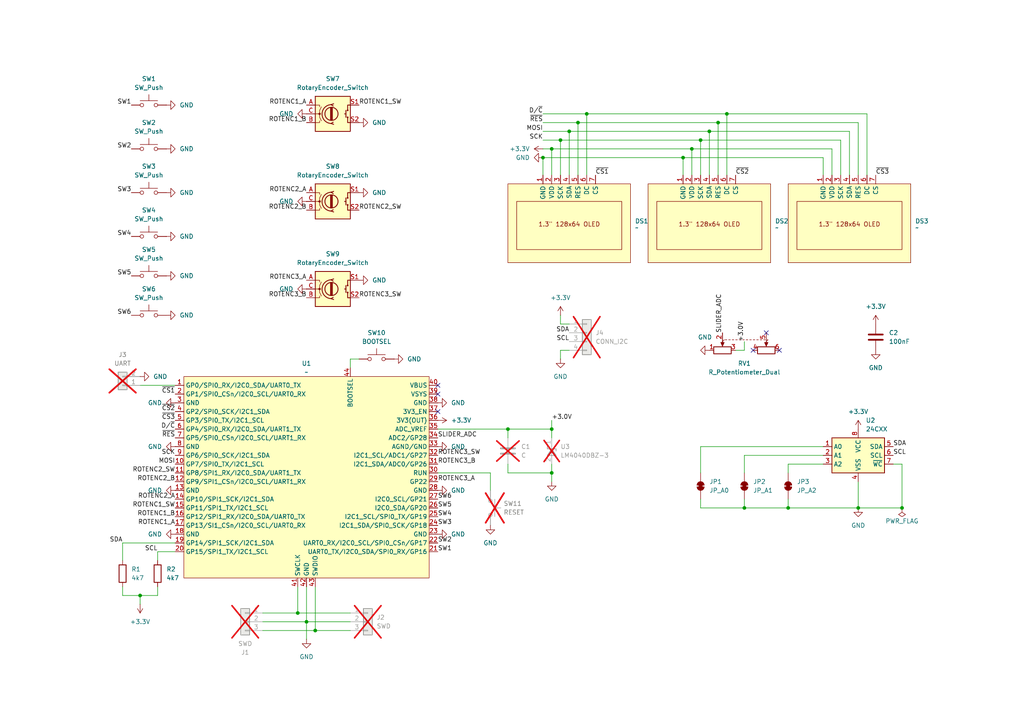
<source format=kicad_sch>
(kicad_sch (version 20231120) (generator "eeschema") (generator_version "8.0")
  (paper "A4")
  (lib_symbols
    (symbol "Connector_Generic:Conn_01x02" (pin_names (offset 1.016) hide)
      (property "Reference" "J" (at 0 2.54 0))
      (property "Value" "Conn_01x02" (at 0 -5.08 0))
      (symbol "Conn_01x02_1_1"
        (rectangle (start -1.27 -2.413) (end 0 -2.667) (stroke (width 0.1524)))
        (rectangle (start -1.27 0.127) (end 0 -0.127) (stroke (width 0.1524)))
        (rectangle (start -1.27 1.27) (end 1.27 -3.81) (stroke (width 0.254)) (fill (type background)))
        (pin passive line (at -5.08 0 0) (length 3.81) (name "Pin_1") (number "1"))
        (pin passive line (at -5.08 -2.54 0) (length 3.81) (name "Pin_2") (number "2"))
      )
    )
    (symbol "Connector_Generic:Conn_01x03" (pin_names (offset 1.016) hide)
      (property "Reference" "J" (at 0 5.08 0))
      (property "Value" "Conn_01x03" (at 0 -5.08 0))
      (symbol "Conn_01x03_1_1"
        (rectangle (start -1.27 -2.413) (end 0 -2.667) (stroke (width 0.1524)))
        (rectangle (start -1.27 0.127) (end 0 -0.127) (stroke (width 0.1524)))
        (rectangle (start -1.27 2.667) (end 0 2.413) (stroke (width 0.1524)))
        (rectangle (start -1.27 3.81) (end 1.27 -3.81) (stroke (width 0.254)) (fill (type background)))
        (pin passive line (at -5.08 2.54 0) (length 3.81) (name "Pin_1") (number "1"))
        (pin passive line (at -5.08 0 0) (length 3.81) (name "Pin_2") (number "2"))
        (pin passive line (at -5.08 -2.54 0) (length 3.81) (name "Pin_3") (number "3"))
      )
    )
    (symbol "Connector_Generic:Conn_01x04" (pin_names (offset 1.016) hide)
      (property "Reference" "J" (at 0 5.08 0))
      (property "Value" "Conn_01x04" (at 0 -7.62 0))
      (symbol "Conn_01x04_1_1"
        (rectangle (start -1.27 -4.953) (end 0 -5.207) (stroke (width 0.1524)))
        (rectangle (start -1.27 -2.413) (end 0 -2.667) (stroke (width 0.1524)))
        (rectangle (start -1.27 0.127) (end 0 -0.127) (stroke (width 0.1524)))
        (rectangle (start -1.27 2.667) (end 0 2.413) (stroke (width 0.1524)))
        (rectangle (start -1.27 3.81) (end 1.27 -6.35) (stroke (width 0.254)) (fill (type background)))
        (pin passive line (at -5.08 2.54 0) (length 3.81) (name "Pin_1") (number "1"))
        (pin passive line (at -5.08 0 0) (length 3.81) (name "Pin_2") (number "2"))
        (pin passive line (at -5.08 -2.54 0) (length 3.81) (name "Pin_3") (number "3"))
        (pin passive line (at -5.08 -5.08 0) (length 3.81) (name "Pin_4") (number "4"))
      )
    )
    (symbol "Device:C" (pin_numbers hide) (pin_names (offset 0.254))
      (property "Reference" "C" (at 0.635 2.54 0))
      (property "Value" "C" (at 0.635 -2.54 0))
      (symbol "C_0_1"
        (polyline (pts (xy -2.032 -0.762) (xy 2.032 -0.762)) (stroke (width 0.508)))
        (polyline (pts (xy -2.032 0.762) (xy 2.032 0.762)) (stroke (width 0.508)))
      )
      (symbol "C_1_1"
        (pin passive line (at 0 3.81 270) (length 2.794) (name "~") (number "1"))
        (pin passive line (at 0 -3.81 90) (length 2.794) (name "~") (number "2"))
      )
    )
    (symbol "Device:R" (pin_numbers hide) (pin_names (offset 0))
      (property "Reference" "R" (at 2.032 0 90))
      (property "Value" "R" (at 0 0 90))
      (symbol "R_0_1"
        (rectangle (start -1.016 -2.54) (end 1.016 2.54) (stroke (width 0.254)))
      )
      (symbol "R_1_1"
        (pin passive line (at 0 3.81 270) (length 1.27) (name "~") (number "1"))
        (pin passive line (at 0 -3.81 90) (length 1.27) (name "~") (number "2"))
      )
    )
    (symbol "Device:R_Potentiometer_Dual" (pin_names (offset 1.016) hide)
      (property "Reference" "RV" (at 0 3.81 0))
      (property "Value" "R_Potentiometer_Dual" (at 0 1.905 0))
      (symbol "R_Potentiometer_Dual_0_1"
        (rectangle (start -8.89 -1.524) (end -3.81 -3.556) (stroke (width 0.254)))
        (polyline (pts (xy -6.35 0) (xy -6.35 -1.016)))
        (polyline (pts (xy -6.35 0) (xy -6.35 -1.016)))
        (polyline (pts (xy -6.35 0) (xy -5.842 0.508)))
        (polyline (pts (xy -5.588 0.508) (xy -5.08 0.508)))
        (polyline (pts (xy -4.572 0.508) (xy -4.064 0.508)))
        (polyline (pts (xy -3.556 0.508) (xy -3.048 0.508)))
        (polyline (pts (xy -2.54 0.508) (xy -2.032 0.508)))
        (polyline (pts (xy -1.524 0.508) (xy -1.016 0.508)))
        (polyline (pts (xy -0.508 0.508) (xy 0 0.508)))
        (polyline (pts (xy 0.508 0.508) (xy 1.016 0.508)))
        (polyline (pts (xy 1.524 0.508) (xy 2.032 0.508)))
        (polyline (pts (xy 2.54 0.508) (xy 3.048 0.508)))
        (polyline (pts (xy 3.556 0.508) (xy 4.064 0.508)))
        (polyline (pts (xy 4.572 0.508) (xy 5.08 0.508)))
        (polyline (pts (xy 5.588 0.508) (xy 6.096 0.508)))
        (polyline (pts (xy 6.35 0) (xy 6.35 -1.016)))
        (polyline (pts (xy 6.35 0) (xy 6.35 -1.016)))
        (polyline (pts (xy 6.604 0.508) (xy 6.858 0.508) (xy 6.35 0)))
        (polyline (pts (xy -6.35 -1.397) (xy -6.858 -0.254) (xy -5.842 -0.254) (xy -6.35 -1.397)) (fill (type outline)))
        (polyline (pts (xy 6.35 -1.397) (xy 5.842 -0.254) (xy 6.858 -0.254) (xy 6.35 -1.397)) (fill (type outline)))
        (rectangle (start 3.81 -1.524) (end 8.89 -3.556) (stroke (width 0.254)))
      )
      (symbol "R_Potentiometer_Dual_1_1"
        (pin passive line (at -10.16 -2.54 0) (length 1.27) (name "1") (number "1"))
        (pin passive line (at -6.35 2.54 270) (length 2.54) (name "2") (number "2"))
        (pin passive line (at -2.54 -2.54 180) (length 1.27) (name "3") (number "3"))
        (pin passive line (at 2.54 -2.54 0) (length 1.27) (name "4") (number "4"))
        (pin passive line (at 6.35 2.54 270) (length 2.54) (name "5") (number "5"))
        (pin passive line (at 10.16 -2.54 180) (length 1.27) (name "6") (number "6"))
      )
    )
    (symbol "Device:RotaryEncoder_Switch" (pin_names (offset 0.254) hide)
      (property "Reference" "SW" (at 0 6.604 0))
      (property "Value" "RotaryEncoder_Switch" (at 0 -6.604 0))
      (symbol "RotaryEncoder_Switch_0_1"
        (rectangle (start -5.08 5.08) (end 5.08 -5.08) (stroke (width 0.254)) (fill (type background)))
        (circle (center -3.81 0) (radius 0.254) (fill (type outline)))
        (circle (center -0.381 0) (radius 1.905) (stroke (width 0.254)))
        (arc (start -0.381 2.667) (mid -3.0988 -0.0635) (end -0.381 -2.794) (stroke (width 0.254)))
        (polyline (pts (xy -0.635 -1.778) (xy -0.635 1.778)) (stroke (width 0.254)))
        (polyline (pts (xy -0.381 -1.778) (xy -0.381 1.778)) (stroke (width 0.254)))
        (polyline (pts (xy -0.127 1.778) (xy -0.127 -1.778)) (stroke (width 0.254)))
        (polyline (pts (xy 3.81 0) (xy 3.429 0)) (stroke (width 0.254)))
        (polyline (pts (xy 3.81 1.016) (xy 3.81 -1.016)) (stroke (width 0.254)))
        (polyline (pts (xy -5.08 -2.54) (xy -3.81 -2.54) (xy -3.81 -2.032)))
        (polyline (pts (xy -5.08 2.54) (xy -3.81 2.54) (xy -3.81 2.032)))
        (polyline (pts (xy 0.254 -3.048) (xy -0.508 -2.794) (xy 0.127 -2.413)) (stroke (width 0.254)))
        (polyline (pts (xy 0.254 2.921) (xy -0.508 2.667) (xy 0.127 2.286)) (stroke (width 0.254)))
        (polyline (pts (xy 5.08 -2.54) (xy 4.318 -2.54) (xy 4.318 -1.016)) (stroke (width 0.254)))
        (polyline (pts (xy 5.08 2.54) (xy 4.318 2.54) (xy 4.318 1.016)) (stroke (width 0.254)))
        (polyline (pts (xy -5.08 0) (xy -3.81 0) (xy -3.81 -1.016) (xy -3.302 -2.032)))
        (polyline (pts (xy -4.318 0) (xy -3.81 0) (xy -3.81 1.016) (xy -3.302 2.032)))
        (circle (center 4.318 -1.016) (radius 0.127) (stroke (width 0.254)))
        (circle (center 4.318 1.016) (radius 0.127) (stroke (width 0.254)))
      )
      (symbol "RotaryEncoder_Switch_1_1"
        (pin passive line (at -7.62 2.54 0) (length 2.54) (name "A") (number "A"))
        (pin passive line (at -7.62 -2.54 0) (length 2.54) (name "B") (number "B"))
        (pin passive line (at -7.62 0 0) (length 2.54) (name "C") (number "C"))
        (pin passive line (at 7.62 2.54 180) (length 2.54) (name "S1") (number "S1"))
        (pin passive line (at 7.62 -2.54 180) (length 2.54) (name "S2") (number "S2"))
      )
    )
    (symbol "Jumper:SolderJumper_2_Bridged" (pin_numbers hide) (pin_names (offset 0) hide) (exclude_from_sim yes) (in_bom no)
      (property "Reference" "JP" (at 0 2.032 0))
      (property "Value" "SolderJumper_2_Bridged" (at 0 -2.54 0))
      (symbol "SolderJumper_2_Bridged_0_1"
        (rectangle (start -0.508 0.508) (end 0.508 -0.508) (fill (type outline)))
        (arc (start -0.254 1.016) (mid -1.2656 0) (end -0.254 -1.016))
        (arc (start -0.254 1.016) (mid -1.2656 0) (end -0.254 -1.016) (fill (type outline)))
        (polyline (pts (xy -0.254 1.016) (xy -0.254 -1.016)))
        (polyline (pts (xy 0.254 1.016) (xy 0.254 -1.016)))
        (arc (start 0.254 -1.016) (mid 1.2656 0) (end 0.254 1.016))
        (arc (start 0.254 -1.016) (mid 1.2656 0) (end 0.254 1.016) (fill (type outline)))
      )
      (symbol "SolderJumper_2_Bridged_1_1"
        (pin passive line (at -3.81 0 0) (length 2.54) (name "A") (number "1"))
        (pin passive line (at 3.81 0 180) (length 2.54) (name "B") (number "2"))
      )
    )
    (symbol "MacroPad:24CXX"
      (property "Reference" "U" (at -6.35 6.35 0))
      (property "Value" "24CXX" (at 7.62 6.35 0))
      (symbol "24CXX_0_1"
        (rectangle (start -7.62 5.08) (end 7.62 -5.08) (stroke (width 0.254)) (fill (type background)))
      )
      (symbol "24CXX_1_1"
        (pin input line (at -10.16 2.54 0) (length 2.54) (name "A0") (number "1"))
        (pin input line (at -10.16 0 0) (length 2.54) (name "A1") (number "2"))
        (pin input line (at -10.16 -2.54 0) (length 2.54) (name "A2") (number "3"))
        (pin power_in line (at 0 -7.62 90) (length 2.54) (name "VSS") (number "4"))
        (pin bidirectional line (at 10.16 2.54 180) (length 2.54) (name "SDA") (number "5"))
        (pin input line (at 10.16 0 180) (length 2.54) (name "SCL") (number "6"))
        (pin input line (at 10.16 -2.54 180) (length 2.54) (name "~{WC}") (number "7"))
        (pin power_in line (at 0 7.62 270) (length 2.54) (name "VCC") (number "8"))
      )
    )
    (symbol "MacroPad:OLED_SPI"
      (property "Reference" "U" (at 0 -20.828 0))
      (symbol "OLED_SPI_1_1"
        (rectangle (start -17.78 0) (end 17.78 -22.86) (fill (type background)))
        (rectangle (start -15.24 -5.08) (end 15.24 -19.05))
        (text "1.3\" 128x64 OLED" (at 0 -11.684 0) (effects (font (size 1.27 1.27))))
        (pin power_in line (at -7.62 2.54 270) (length 2.54) (name "GND") (number "1"))
        (pin power_in line (at -5.08 2.54 270) (length 2.54) (name "VDD") (number "2"))
        (pin input line (at -2.54 2.54 270) (length 2.54) (name "SCK") (number "3"))
        (pin bidirectional line (at 0 2.54 270) (length 2.54) (name "SDA") (number "4"))
        (pin input line (at 2.54 2.54 270) (length 2.54) (name "RES") (number "5"))
        (pin input line (at 5.08 2.54 270) (length 2.54) (name "DC") (number "6"))
        (pin input line (at 7.62 2.54 270) (length 2.54) (name "CS") (number "7"))
      )
    )
    (symbol "MacroPad:Pi_Pico"
      (property "Reference" "U" (at 0 28.194 0))
      (symbol "Pi_Pico_1_1"
        (rectangle (start -35.56 26.67) (end 35.56 -31.75) (fill (type background)))
        (pin bidirectional line (at -38.1 24.13 0) (length 2.54) (name "GP0/SPI0_RX/I2C0_SDA/UART0_TX") (number "1"))
        (pin bidirectional line (at -38.1 1.27 0) (length 2.54) (name "GP7/SPI0_TX/I2C1_SCL") (number "10"))
        (pin bidirectional line (at -38.1 -1.27 0) (length 2.54) (name "GP8/SPI1_RX/I2C0_SDA/UART1_TX") (number "11"))
        (pin bidirectional line (at -38.1 -3.81 0) (length 2.54) (name "GP9/SPI1_CSn/I2C0_SCL/UART1_RX") (number "12"))
        (pin power_in line (at -38.1 -6.35 0) (length 2.54) (name "GND") (number "13"))
        (pin bidirectional line (at -38.1 -8.89 0) (length 2.54) (name "GP10/SPI1_SCK/I2C1_SDA") (number "14"))
        (pin bidirectional line (at -38.1 -11.43 0) (length 2.54) (name "GP11/SPI1_TX/I2C1_SCL") (number "15"))
        (pin bidirectional line (at -38.1 -13.97 0) (length 2.54) (name "GP12/SPI1_RX/I2C0_SDA/UART0_TX") (number "16"))
        (pin bidirectional line (at -38.1 -16.51 0) (length 2.54) (name "GP13/SI1_CSn/I2C0_SCL/UART0_RX") (number "17"))
        (pin power_in line (at -38.1 -19.05 0) (length 2.54) (name "GND") (number "18"))
        (pin bidirectional line (at -38.1 -21.59 0) (length 2.54) (name "GP14/SPI1_SCK/I2C1_SDA") (number "19"))
        (pin bidirectional line (at -38.1 21.59 0) (length 2.54) (name "GP1/SPI0_CSn/I2C0_SCL/UART0_RX") (number "2"))
        (pin bidirectional line (at -38.1 -24.13 0) (length 2.54) (name "GP15/SPI1_TX/I2C1_SCL") (number "20"))
        (pin bidirectional line (at 38.1 -24.13 180) (length 2.54) (name "UART0_TX/I2C0_SDA/SPI0_RX/GP16") (number "21"))
        (pin bidirectional line (at 38.1 -21.59 180) (length 2.54) (name "UART0_RX/I2C0_SCL/SPI0_CSn/GP17") (number "22"))
        (pin power_in line (at 38.1 -19.05 180) (length 2.54) (name "GND") (number "23"))
        (pin bidirectional line (at 38.1 -16.51 180) (length 2.54) (name "I2C1_SDA/SPI0_SCK/GP18") (number "24"))
        (pin bidirectional line (at 38.1 -13.97 180) (length 2.54) (name "I2C1_SCL/SPI0_TX/GP19") (number "25"))
        (pin bidirectional line (at 38.1 -11.43 180) (length 2.54) (name "I2C0_SDA/GP20") (number "26"))
        (pin bidirectional line (at 38.1 -8.89 180) (length 2.54) (name "I2C0_SCL/GP21") (number "27"))
        (pin power_in line (at 38.1 -6.35 180) (length 2.54) (name "GND") (number "28"))
        (pin bidirectional line (at 38.1 -3.81 180) (length 2.54) (name "GP22") (number "29"))
        (pin power_in line (at -38.1 19.05 0) (length 2.54) (name "GND") (number "3"))
        (pin bidirectional line (at 38.1 -1.27 180) (length 2.54) (name "RUN") (number "30"))
        (pin bidirectional line (at 38.1 1.27 180) (length 2.54) (name "I2C1_SDA/ADC0/GP26") (number "31"))
        (pin bidirectional line (at 38.1 3.81 180) (length 2.54) (name "I2C1_SCL/ADC1/GP27") (number "32"))
        (pin power_in line (at 38.1 6.35 180) (length 2.54) (name "AGND/GND") (number "33"))
        (pin bidirectional line (at 38.1 8.89 180) (length 2.54) (name "ADC2/GP28") (number "34"))
        (pin bidirectional line (at 38.1 11.43 180) (length 2.54) (name "ADC_VREF") (number "35"))
        (pin power_out line (at 38.1 13.97 180) (length 2.54) (name "3V3(OUT)") (number "36"))
        (pin input line (at 38.1 16.51 180) (length 2.54) (name "3V3_EN") (number "37"))
        (pin power_in line (at 38.1 19.05 180) (length 2.54) (name "GND") (number "38"))
        (pin power_in line (at 38.1 21.59 180) (length 2.54) (name "VSYS") (number "39"))
        (pin bidirectional line (at -38.1 16.51 0) (length 2.54) (name "GP2/SPI0_SCK/I2C1_SDA") (number "4"))
        (pin power_out line (at 38.1 24.13 180) (length 2.54) (name "VBUS") (number "40"))
        (pin input line (at -2.54 -34.29 90) (length 2.54) (name "SWCLK") (number "41"))
        (pin passive line (at 0 -34.29 90) (length 2.54) (name "GND") (number "42"))
        (pin bidirectional line (at 2.54 -34.29 90) (length 2.54) (name "SWDIO") (number "43"))
        (pin input line (at 12.7 29.21 270) (length 2.54) (name "BOOTSEL") (number "44"))
        (pin bidirectional line (at -38.1 13.97 0) (length 2.54) (name "GP3/SPI0_TX/I2C1_SCL") (number "5"))
        (pin bidirectional line (at -38.1 11.43 0) (length 2.54) (name "GP4/SPI0_RX/I2C0_SDA/UART1_TX") (number "6"))
        (pin bidirectional line (at -38.1 8.89 0) (length 2.54) (name "GP5/SPI0_CSn/I2C0_SCL/UART1_RX") (number "7"))
        (pin power_in line (at -38.1 6.35 0) (length 2.54) (name "GND") (number "8"))
        (pin bidirectional line (at -38.1 3.81 0) (length 2.54) (name "GP6/SPI0_SCK/I2C1_SDA") (number "9"))
      )
    )
    (symbol "Reference_Voltage:LM4040DBZ-3" (pin_names (offset 0.0254) hide)
      (property "Reference" "U" (at 0 2.54 0))
      (property "Value" "LM4040DBZ-3" (at 0 -3.175 0))
      (symbol "LM4040DBZ-3_0_1"
        (polyline (pts (xy -1.27 0) (xy 0 0) (xy 1.27 0)))
        (polyline (pts (xy -1.27 -1.27) (xy 0.635 0) (xy -1.27 1.27) (xy -1.27 -1.27)) (stroke (width 0.2032)))
        (polyline (pts (xy 0 -1.27) (xy 0.635 -1.27) (xy 0.635 1.27) (xy 1.27 1.27)) (stroke (width 0.2032)))
      )
      (symbol "LM4040DBZ-3_1_1"
        (pin passive line (at 3.81 0 180) (length 2.54) (name "K") (number "1"))
        (pin passive line (at -3.81 0 0) (length 2.54) (name "A") (number "2"))
        (pin no_connect line (at -1.27 0 0) (length 2.54) hide (name "NC") (number "3"))
      )
    )
    (symbol "Switch:SW_Push" (pin_numbers hide) (pin_names (offset 1.016) hide)
      (property "Reference" "SW" (at 1.27 2.54 0))
      (property "Value" "SW_Push" (at 0 -1.524 0))
      (symbol "SW_Push_0_1"
        (circle (center -2.032 0) (radius 0.508))
        (polyline (pts (xy 0 1.27) (xy 0 3.048)))
        (polyline (pts (xy 2.54 1.27) (xy -2.54 1.27)))
        (circle (center 2.032 0) (radius 0.508))
        (pin passive line (at -5.08 0 0) (length 2.54) (name "1") (number "1"))
        (pin passive line (at 5.08 0 180) (length 2.54) (name "2") (number "2"))
      )
    )
    (symbol "power:+3.3V" (power) (pin_numbers hide) (pin_names (offset 0) hide)
      (property "Value" "+3.3V" (at 0 3.556 0))
      (symbol "+3.3V_0_1"
        (polyline (pts (xy -0.762 1.27) (xy 0 2.54)))
        (polyline (pts (xy 0 0) (xy 0 2.54)))
        (polyline (pts (xy 0 2.54) (xy 0.762 1.27)))
      )
      (symbol "+3.3V_1_1"
        (pin power_in line (at 0 0 90) (length 0) (name "~") (number "1"))
      )
    )
    (symbol "power:GND" (power) (pin_numbers hide) (pin_names (offset 0) hide)
      (property "Value" "GND" (at 0 -3.81 0))
      (symbol "GND_0_1"
        (polyline (pts (xy 0 0) (xy 0 -1.27) (xy 1.27 -1.27) (xy 0 -2.54) (xy -1.27 -1.27) (xy 0 -1.27)))
      )
      (symbol "GND_1_1"
        (pin power_in line (at 0 0 270) (length 0) (name "~") (number "1"))
      )
    )
    (symbol "power:PWR_FLAG" (power) (pin_numbers hide) (pin_names (offset 0) hide)
      (property "Value" "PWR_FLAG" (at 0 3.81 0))
      (symbol "PWR_FLAG_0_0"
        (pin power_out line (at 0 0 90) (length 0) (name "~") (number "1"))
      )
      (symbol "PWR_FLAG_0_1"
        (polyline (pts (xy 0 0) (xy 0 1.27) (xy -1.016 1.905) (xy 0 2.54) (xy 1.016 1.905) (xy 0 1.27)))
      )
    )
  )
  (junction (at 210.82 33.02))
  (junction (at 200.66 43.18))
  (junction (at 215.9 147.32))
  (junction (at 170.18 33.02))
  (junction (at 162.56 40.64))
  (junction (at 165.1 38.1))
  (junction (at 160.02 137.16))
  (junction (at 198.12 45.72))
  (junction (at 203.2 40.64))
  (junction (at 160.02 43.18))
  (junction (at 88.9 180.34))
  (junction (at 248.92 147.32))
  (junction (at 157.48 45.72))
  (junction (at 91.44 182.88))
  (junction (at 40.64 172.72))
  (junction (at 261.62 147.32))
  (junction (at 160.02 124.46))
  (junction (at 205.74 38.1))
  (junction (at 208.28 35.56))
  (junction (at 147.32 124.46))
  (junction (at 86.36 177.8))
  (junction (at 167.64 35.56))
  (junction (at 228.6 147.32))
  (no_connect (at 218.44 101.6))
  (no_connect (at 222.25 96.52))
  (no_connect (at 127 111.76))
  (no_connect (at 226.06 101.6))
  (no_connect (at 127 119.38))
  (no_connect (at 127 114.3))
  (wire (pts (xy 248.92 147.32) (xy 261.62 147.32)))
  (wire (pts (xy 157.48 38.1) (xy 165.1 38.1)))
  (wire (pts (xy 101.6 106.68) (xy 101.6 104.14)))
  (wire (pts (xy 88.9 180.34) (xy 76.2 180.34)))
  (wire (pts (xy 261.62 134.62) (xy 261.62 147.32)))
  (wire (pts (xy 215.9 144.78) (xy 215.9 147.32)))
  (wire (pts (xy 88.9 180.34) (xy 101.6 180.34)))
  (wire (pts (xy 259.08 134.62) (xy 261.62 134.62)))
  (wire (pts (xy 203.2 147.32) (xy 215.9 147.32)))
  (wire (pts (xy 170.18 33.02) (xy 210.82 33.02)))
  (wire (pts (xy 228.6 137.16) (xy 228.6 134.62)))
  (wire (pts (xy 40.64 111.76) (xy 50.8 111.76)))
  (wire (pts (xy 241.3 43.18) (xy 200.66 43.18)))
  (wire (pts (xy 215.9 101.6) (xy 213.36 101.6)))
  (wire (pts (xy 142.24 137.16) (xy 142.24 142.24)))
  (wire (pts (xy 160.02 121.92) (xy 160.02 124.46)))
  (wire (pts (xy 228.6 144.78) (xy 228.6 147.32)))
  (wire (pts (xy 165.1 38.1) (xy 165.1 50.8)))
  (wire (pts (xy 157.48 45.72) (xy 198.12 45.72)))
  (wire (pts (xy 160.02 43.18) (xy 160.02 50.8)))
  (wire (pts (xy 88.9 180.34) (xy 88.9 185.42)))
  (wire (pts (xy 162.56 104.14) (xy 162.56 101.6)))
  (wire (pts (xy 203.2 129.54) (xy 238.76 129.54)))
  (wire (pts (xy 35.56 157.48) (xy 50.8 157.48)))
  (wire (pts (xy 243.84 40.64) (xy 243.84 50.8)))
  (wire (pts (xy 76.2 177.8) (xy 86.36 177.8)))
  (wire (pts (xy 215.9 99.06) (xy 215.9 101.6)))
  (wire (pts (xy 215.9 137.16) (xy 215.9 132.08)))
  (wire (pts (xy 203.2 144.78) (xy 203.2 147.32)))
  (wire (pts (xy 45.72 172.72) (xy 40.64 172.72)))
  (wire (pts (xy 160.02 137.16) (xy 147.32 137.16)))
  (wire (pts (xy 241.3 43.18) (xy 241.3 50.8)))
  (wire (pts (xy 210.82 33.02) (xy 210.82 50.8)))
  (wire (pts (xy 160.02 134.62) (xy 160.02 137.16)))
  (wire (pts (xy 170.18 33.02) (xy 170.18 50.8)))
  (wire (pts (xy 228.6 134.62) (xy 238.76 134.62)))
  (wire (pts (xy 205.74 38.1) (xy 205.74 50.8)))
  (wire (pts (xy 215.9 147.32) (xy 228.6 147.32)))
  (wire (pts (xy 198.12 45.72) (xy 198.12 50.8)))
  (wire (pts (xy 200.66 43.18) (xy 200.66 50.8)))
  (wire (pts (xy 147.32 124.46) (xy 127 124.46)))
  (wire (pts (xy 160.02 43.18) (xy 200.66 43.18)))
  (wire (pts (xy 251.46 33.02) (xy 251.46 50.8)))
  (wire (pts (xy 246.38 38.1) (xy 205.74 38.1)))
  (wire (pts (xy 167.64 35.56) (xy 167.64 50.8)))
  (wire (pts (xy 162.56 40.64) (xy 162.56 50.8)))
  (wire (pts (xy 160.02 139.7) (xy 160.02 137.16)))
  (wire (pts (xy 246.38 38.1) (xy 246.38 50.8)))
  (wire (pts (xy 157.48 33.02) (xy 170.18 33.02)))
  (wire (pts (xy 40.64 172.72) (xy 35.56 172.72)))
  (wire (pts (xy 248.92 35.56) (xy 248.92 50.8)))
  (wire (pts (xy 162.56 91.44) (xy 162.56 93.98)))
  (wire (pts (xy 35.56 162.56) (xy 35.56 157.48)))
  (wire (pts (xy 147.32 127) (xy 147.32 124.46)))
  (wire (pts (xy 208.28 35.56) (xy 208.28 50.8)))
  (wire (pts (xy 45.72 162.56) (xy 45.72 160.02)))
  (wire (pts (xy 203.2 40.64) (xy 203.2 50.8)))
  (wire (pts (xy 248.92 139.7) (xy 248.92 147.32)))
  (wire (pts (xy 243.84 40.64) (xy 203.2 40.64)))
  (wire (pts (xy 162.56 93.98) (xy 165.1 93.98)))
  (wire (pts (xy 157.48 43.18) (xy 160.02 43.18)))
  (wire (pts (xy 147.32 124.46) (xy 160.02 124.46)))
  (wire (pts (xy 162.56 101.6) (xy 165.1 101.6)))
  (wire (pts (xy 45.72 160.02) (xy 50.8 160.02)))
  (wire (pts (xy 40.64 175.26) (xy 40.64 172.72)))
  (wire (pts (xy 251.46 33.02) (xy 210.82 33.02)))
  (wire (pts (xy 91.44 182.88) (xy 101.6 182.88)))
  (wire (pts (xy 35.56 170.18) (xy 35.56 172.72)))
  (wire (pts (xy 160.02 124.46) (xy 160.02 127)))
  (wire (pts (xy 165.1 38.1) (xy 205.74 38.1)))
  (wire (pts (xy 88.9 170.18) (xy 88.9 180.34)))
  (wire (pts (xy 157.48 40.64) (xy 162.56 40.64)))
  (wire (pts (xy 238.76 45.72) (xy 238.76 50.8)))
  (wire (pts (xy 157.48 35.56) (xy 167.64 35.56)))
  (wire (pts (xy 147.32 137.16) (xy 147.32 134.62)))
  (wire (pts (xy 91.44 170.18) (xy 91.44 182.88)))
  (wire (pts (xy 203.2 137.16) (xy 203.2 129.54)))
  (wire (pts (xy 215.9 132.08) (xy 238.76 132.08)))
  (wire (pts (xy 45.72 170.18) (xy 45.72 172.72)))
  (wire (pts (xy 248.92 35.56) (xy 208.28 35.56)))
  (wire (pts (xy 198.12 45.72) (xy 238.76 45.72)))
  (wire (pts (xy 157.48 45.72) (xy 157.48 50.8)))
  (wire (pts (xy 86.36 177.8) (xy 86.36 170.18)))
  (wire (pts (xy 127 137.16) (xy 142.24 137.16)))
  (wire (pts (xy 228.6 147.32) (xy 248.92 147.32)))
  (wire (pts (xy 91.44 182.88) (xy 76.2 182.88)))
  (wire (pts (xy 162.56 40.64) (xy 203.2 40.64)))
  (wire (pts (xy 86.36 177.8) (xy 101.6 177.8)))
  (wire (pts (xy 101.6 104.14) (xy 104.14 104.14)))
  (wire (pts (xy 167.64 35.56) (xy 208.28 35.56)))
  (label "ROTENC2_B" (at 88.9 60.96 180))
  (label "SCL" (at 259.08 132.08 0))
  (label "ROTENC1_A" (at 50.8 152.4 180))
  (label "ROTENC3_A" (at 127 139.7 0))
  (label "SCK" (at 50.8 132.08 180))
  (label "ROTENC1_B" (at 50.8 149.86 180))
  (label "SW2" (at 38.1 43.18 180))
  (label "SW6" (at 38.1 91.44 180))
  (label "ROTENC3_A" (at 88.9 81.28 180))
  (label "~{CS2}" (at 213.36 50.8 0))
  (label "D{slash}~{C}" (at 157.48 33.02 180))
  (label "D{slash}~{C}" (at 50.8 124.46 180))
  (label "~{RES}" (at 50.8 127 180))
  (label "SW4" (at 127 149.86 0))
  (label "SDA" (at 35.56 157.48 180))
  (label "ROTENC3_SW" (at 127 132.08 0))
  (label "~{CS1}" (at 172.72 50.8 0))
  (label "SCK" (at 157.48 40.64 180))
  (label "SW3" (at 38.1 55.88 180))
  (label "SW6" (at 127 144.78 0))
  (label "SW2" (at 127 157.48 0))
  (label "ROTENC2_B" (at 50.8 139.7 180))
  (label "SCL" (at 165.1 99.06 180))
  (label "ROTENC2_A" (at 50.8 144.78 180))
  (label "SW3" (at 127 152.4 0))
  (label "SDA" (at 165.1 96.52 180))
  (label "~{CS2}" (at 50.8 119.38 180))
  (label "SW5" (at 38.1 80.01 180))
  (label "ROTENC1_A" (at 88.9 30.48 180))
  (label "SW1" (at 38.1 30.48 180))
  (label "ROTENC2_SW" (at 50.8 137.16 180))
  (label "ROTENC3_B" (at 88.9 86.36 180))
  (label "ROTENC2_A" (at 88.9 55.88 180))
  (label "SW4" (at 38.1 68.58 180))
  (label "~{CS1}" (at 50.8 114.3 180))
  (label "~{CS3}" (at 254 50.8 0))
  (label "~{CS3}" (at 50.8 121.92 180))
  (label "SW1" (at 127 160.02 0))
  (label "SDA" (at 259.08 129.54 0))
  (label "ROTENC1_B" (at 88.9 35.56 180))
  (label "~{RES}" (at 157.48 35.56 180))
  (label "ROTENC2_SW" (at 104.14 60.96 0))
  (label "+3.0V" (at 215.9 99.06 90))
  (label "ROTENC3_B" (at 127 134.62 0))
  (label "MOSI" (at 50.8 134.62 180))
  (label "ROTENC3_SW" (at 104.14 86.36 0))
  (label "+3.0V" (at 160.02 121.92 0))
  (label "SCL" (at 45.72 160.02 180))
  (label "ROTENC1_SW" (at 104.14 30.48 0))
  (label "SLIDER_ADC" (at 209.55 96.52 90))
  (label "ROTENC1_SW" (at 50.8 147.32 180))
  (label "SW5" (at 127 147.32 0))
  (label "SLIDER_ADC" (at 127 127 0))
  (label "MOSI" (at 157.48 38.1 180))
  (symbol (lib_id "power:GND") (at 142.24 152.4 0) (unit 1)
    (property "Reference" "#PWR032" (effects (hide yes)))
    (property "Value" "GND" (at 142.24 157.48 0))
    (property "Description" "Power symbol creates a global label with name \"GND\" , ground" (effects (hide yes)))
  )
  (symbol (lib_id "Connector_Generic:Conn_01x03") (at 106.68 180.34 0) (unit 1) (dnp yes)
    (property "Reference" "J2" (at 109.22 179.0699 0) (effects (justify left)))
    (property "Value" "SWD" (at 109.22 181.6099 0) (effects (justify left)))
    (property "Footprint" "Connector_JST:JST_SH_SM03B-SRSS-TB_1x03-1MP_P1.00mm_Horizontal" (effects (hide yes)))
    (property "Description" "Generic connector, single row, 01x03, script generated (kicad-library-utils/schlib/autogen/connector/)" (effects (hide yes)))
  )
  (symbol (lib_id "power:GND") (at 88.9 33.02 270) (unit 1)
    (property "Reference" "#PWR07" (effects (hide yes)))
    (property "Value" "GND" (at 85.09 33.0199 90) (effects (justify right)))
    (property "Description" "Power symbol creates a global label with name \"GND\" , ground" (effects (hide yes)))
  )
  (symbol (lib_id "power:GND") (at 104.14 55.88 90) (unit 1)
    (property "Reference" "#PWR09" (effects (hide yes)))
    (property "Value" "GND" (at 107.95 55.8799 90) (effects (justify right)))
    (property "Description" "Power symbol creates a global label with name \"GND\" , ground" (effects (hide yes)))
  )
  (symbol (lib_id "MacroPad:OLED_SPI") (at 205.74 53.34 0) (unit 1)
    (property "Reference" "DS2" (at 224.79 64.1349 0) (effects (justify left)))
    (property "Value" "~" (at 224.79 66.04 0) (effects (justify left)))
    (property "Footprint" "MacroPad:OLED 1.3in" (effects (hide yes)))
  )
  (symbol (lib_id "power:GND") (at 160.02 139.7 0) (unit 1)
    (property "Reference" "#PWR023" (effects (hide yes)))
    (property "Value" "GND" (at 160.02 144.78 0))
    (property "Description" "Power symbol creates a global label with name \"GND\" , ground" (effects (hide yes)))
  )
  (symbol (lib_id "Switch:SW_Push") (at 43.18 30.48 0) (unit 1)
    (property "Reference" "SW1" (at 43.18 22.86 0))
    (property "Value" "SW_Push" (at 43.18 25.4 0))
    (property "Footprint" "Button_Switch_Keyboard:SW_Cherry_MX_1.00u_PCB" (effects (hide yes)))
    (property "Description" "Push button switch, generic, two pins" (effects (hide yes)))
  )
  (symbol (lib_id "Connector_Generic:Conn_01x02") (at 35.56 111.76 180) (unit 1) (dnp yes)
    (property "Reference" "J3" (at 35.56 102.87 0))
    (property "Value" "UART" (at 35.56 105.41 0))
    (property "Footprint" "Connector_PinHeader_2.54mm:PinHeader_1x02_P2.54mm_Horizontal" (effects (hide yes)))
    (property "Description" "Generic connector, single row, 01x02, script generated (kicad-library-utils/schlib/autogen/connector/)" (effects (hide yes)))
  )
  (symbol (lib_id "power:GND") (at 50.8 116.84 270) (unit 1)
    (property "Reference" "#PWR019" (effects (hide yes)))
    (property "Value" "GND" (at 46.99 116.8399 90) (effects (justify right)))
    (property "Description" "Power symbol creates a global label with name \"GND\" , ground" (effects (hide yes)))
  )
  (symbol (lib_id "power:+3.3V") (at 157.48 43.18 90) (unit 1)
    (property "Reference" "#PWR014" (effects (hide yes)))
    (property "Value" "+3.3V" (at 153.67 43.1799 90) (effects (justify left)))
    (property "Description" "Power symbol creates a global label with name \"+3.3V\"" (effects (hide yes)))
  )
  (symbol (lib_id "power:GND") (at 48.26 43.18 90) (unit 1)
    (property "Reference" "#PWR02" (effects (hide yes)))
    (property "Value" "GND" (at 52.07 43.1799 90) (effects (justify right)))
    (property "Description" "Power symbol creates a global label with name \"GND\" , ground" (effects (hide yes)))
  )
  (symbol (lib_id "power:GND") (at 162.56 104.14 0) (unit 1)
    (property "Reference" "#PWR035" (effects (hide yes)))
    (property "Value" "GND" (at 162.56 109.22 0))
    (property "Description" "Power symbol creates a global label with name \"GND\" , ground" (effects (hide yes)))
  )
  (symbol (lib_id "Device:R") (at 35.56 166.37 0) (unit 1)
    (property "Reference" "R1" (at 38.1 165.0999 0) (effects (justify left)))
    (property "Value" "4k7" (at 38.1 167.6399 0) (effects (justify left)))
    (property "Footprint" "Resistor_SMD:R_1206_3216Metric_Pad1.30x1.75mm_HandSolder" (effects (hide yes)))
    (property "Description" "Resistor" (effects (hide yes)))
  )
  (symbol (lib_id "power:GND") (at 88.9 185.42 0) (unit 1)
    (property "Reference" "#PWR030" (effects (hide yes)))
    (property "Value" "GND" (at 88.9 190.5 0))
    (property "Description" "Power symbol creates a global label with name \"GND\" , ground" (effects (hide yes)))
  )
  (symbol (lib_id "power:GND") (at 248.92 147.32 0) (unit 1)
    (property "Reference" "#PWR026" (effects (hide yes)))
    (property "Value" "GND" (at 248.92 152.4 0))
    (property "Description" "Power symbol creates a global label with name \"GND\" , ground" (effects (hide yes)))
  )
  (symbol (lib_id "Device:RotaryEncoder_Switch") (at 96.52 83.82 0) (unit 1)
    (property "Reference" "SW9" (at 96.52 73.66 0))
    (property "Value" "RotaryEncoder_Switch" (at 96.52 76.2 0))
    (property "Footprint" "Rotary_Encoder:RotaryEncoder_Alps_EC11E-Switch_Vertical_H20mm" (effects (hide yes)))
    (property "Description" "Rotary encoder, dual channel, incremental quadrate outputs, with switch" (effects (hide yes)))
  )
  (symbol (lib_id "Switch:SW_Push") (at 43.18 43.18 0) (unit 1)
    (property "Reference" "SW2" (at 43.18 35.56 0))
    (property "Value" "SW_Push" (at 43.18 38.1 0))
    (property "Footprint" "Button_Switch_Keyboard:SW_Cherry_MX_1.00u_PCB" (effects (hide yes)))
    (property "Description" "Push button switch, generic, two pins" (effects (hide yes)))
  )
  (symbol (lib_id "Switch:SW_Push") (at 43.18 68.58 0) (unit 1)
    (property "Reference" "SW4" (at 43.18 60.96 0))
    (property "Value" "SW_Push" (at 43.18 63.5 0))
    (property "Footprint" "Button_Switch_Keyboard:SW_Cherry_MX_1.00u_PCB" (effects (hide yes)))
    (property "Description" "Push button switch, generic, two pins" (effects (hide yes)))
  )
  (symbol (lib_id "power:GND") (at 50.8 154.94 270) (unit 1)
    (property "Reference" "#PWR022" (effects (hide yes)))
    (property "Value" "GND" (at 46.99 154.9399 90) (effects (justify right)))
    (property "Description" "Power symbol creates a global label with name \"GND\" , ground" (effects (hide yes)))
  )
  (symbol (lib_id "Device:C") (at 254 97.79 0) (unit 1)
    (property "Reference" "C2" (at 257.81 96.5199 0) (effects (justify left)))
    (property "Value" "100nF" (at 257.81 99.0599 0) (effects (justify left)))
    (property "Footprint" "Capacitor_SMD:C_1206_3216Metric_Pad1.33x1.80mm_HandSolder" (effects (hide yes)))
    (property "Description" "Unpolarized capacitor" (effects (hide yes)))
  )
  (symbol (lib_id "power:+3.3V") (at 40.64 175.26 180) (unit 1)
    (property "Reference" "#PWR034" (effects (hide yes)))
    (property "Value" "+3.3V" (at 40.64 180.34 0))
    (property "Description" "Power symbol creates a global label with name \"+3.3V\"" (effects (hide yes)))
  )
  (symbol (lib_id "Device:C") (at 147.32 130.81 0) (unit 1) (dnp yes)
    (property "Reference" "C1" (at 151.13 129.5399 0) (effects (justify left)))
    (property "Value" "C" (at 151.13 132.0799 0) (effects (justify left)))
    (property "Footprint" "Capacitor_SMD:C_1206_3216Metric_Pad1.33x1.80mm_HandSolder" (effects (hide yes)))
    (property "Description" "Unpolarized capacitor" (effects (hide yes)))
  )
  (symbol (lib_id "power:GND") (at 127 154.94 90) (unit 1)
    (property "Reference" "#PWR018" (effects (hide yes)))
    (property "Value" "GND" (at 130.81 154.9399 90) (effects (justify right)))
    (property "Description" "Power symbol creates a global label with name \"GND\" , ground" (effects (hide yes)))
  )
  (symbol (lib_id "power:GND") (at 48.26 80.01 90) (unit 1)
    (property "Reference" "#PWR05" (effects (hide yes)))
    (property "Value" "GND" (at 52.07 80.0099 90) (effects (justify right)))
    (property "Description" "Power symbol creates a global label with name \"GND\" , ground" (effects (hide yes)))
  )
  (symbol (lib_id "Reference_Voltage:LM4040DBZ-3") (at 160.02 130.81 90) (unit 1) (dnp yes)
    (property "Reference" "U3" (at 162.56 129.5399 90) (effects (justify right)))
    (property "Value" "LM4040DBZ-3" (at 162.56 132.0799 90) (effects (justify right)))
    (property "Footprint" "Package_TO_SOT_SMD:SOT-23" (effects (hide yes)))
    (property "Datasheet" "http://www.ti.com/lit/ds/symlink/lm4040-n.pdf" (effects (hide yes)))
    (property "Description" "3.000V Precision Micropower Shunt Voltage Reference, SOT-23" (effects (hide yes)))
  )
  (symbol (lib_id "power:GND") (at 254 101.6 0) (unit 1)
    (property "Reference" "#PWR029" (effects (hide yes)))
    (property "Value" "GND" (at 254 106.68 0))
    (property "Description" "Power symbol creates a global label with name \"GND\" , ground" (effects (hide yes)))
  )
  (symbol (lib_id "power:GND") (at 40.64 109.22 90) (unit 1)
    (property "Reference" "#PWR033" (effects (hide yes)))
    (property "Value" "GND" (at 44.45 109.2199 90) (effects (justify right)))
    (property "Description" "Power symbol creates a global label with name \"GND\" , ground" (effects (hide yes)))
  )
  (symbol (lib_id "power:+3.3V") (at 127 121.92 270) (unit 1)
    (property "Reference" "#PWR013" (effects (hide yes)))
    (property "Value" "+3.3V" (at 130.81 121.9199 90) (effects (justify left)))
    (property "Description" "Power symbol creates a global label with name \"+3.3V\"" (effects (hide yes)))
  )
  (symbol (lib_id "power:GND") (at 104.14 81.28 90) (unit 1)
    (property "Reference" "#PWR011" (effects (hide yes)))
    (property "Value" "GND" (at 107.95 81.2799 90) (effects (justify right)))
    (property "Description" "Power symbol creates a global label with name \"GND\" , ground" (effects (hide yes)))
  )
  (symbol (lib_id "power:PWR_FLAG") (at 261.62 147.32 180) (unit 1)
    (property "Reference" "#FLG01" (effects (hide yes)))
    (property "Value" "PWR_FLAG" (at 256.794 151.13 0) (effects (justify right)))
    (property "Description" "Special symbol for telling ERC where power comes from" (effects (hide yes)))
  )
  (symbol (lib_id "Switch:SW_Push") (at 43.18 80.01 0) (unit 1)
    (property "Reference" "SW5" (at 43.18 72.39 0))
    (property "Value" "SW_Push" (at 43.18 74.93 0))
    (property "Footprint" "Button_Switch_Keyboard:SW_Cherry_MX_1.00u_PCB" (effects (hide yes)))
    (property "Description" "Push button switch, generic, two pins" (effects (hide yes)))
  )
  (symbol (lib_id "power:GND") (at 88.9 83.82 270) (unit 1)
    (property "Reference" "#PWR010" (effects (hide yes)))
    (property "Value" "GND" (at 85.09 83.8199 90) (effects (justify right)))
    (property "Description" "Power symbol creates a global label with name \"GND\" , ground" (effects (hide yes)))
  )
  (symbol (lib_id "power:GND") (at 114.3 104.14 90) (unit 1)
    (property "Reference" "#PWR031" (effects (hide yes)))
    (property "Value" "GND" (at 118.11 104.1399 90) (effects (justify right)))
    (property "Description" "Power symbol creates a global label with name \"GND\" , ground" (effects (hide yes)))
  )
  (symbol (lib_id "Jumper:SolderJumper_2_Bridged") (at 228.6 140.97 90) (unit 1) (exclude_from_sim yes) (in_bom no)
    (property "Reference" "JP3" (at 231.14 139.6999 90) (effects (justify right)))
    (property "Value" "JP_A2" (at 231.14 142.2399 90) (effects (justify right)))
    (property "Footprint" "Jumper:SolderJumper-2_P1.3mm_Bridged_RoundedPad1.0x1.5mm" (effects (hide yes)))
    (property "Description" "Solder Jumper, 2-pole, closed/bridged" (effects (hide yes)))
  )
  (symbol (lib_id "power:GND") (at 48.26 91.44 90) (unit 1)
    (property "Reference" "#PWR025" (effects (hide yes)))
    (property "Value" "GND" (at 52.07 91.4399 90) (effects (justify right)))
    (property "Description" "Power symbol creates a global label with name \"GND\" , ground" (effects (hide yes)))
  )
  (symbol (lib_id "power:GND") (at 205.74 101.6 270) (unit 1)
    (property "Reference" "#PWR024" (effects (hide yes)))
    (property "Value" "GND" (at 204.47 97.79 90))
    (property "Description" "Power symbol creates a global label with name \"GND\" , ground" (effects (hide yes)))
  )
  (symbol (lib_id "MacroPad:OLED_SPI") (at 165.1 53.34 0) (unit 1)
    (property "Reference" "DS1" (at 184.15 64.1349 0) (effects (justify left)))
    (property "Value" "~" (at 184.15 66.04 0) (effects (justify left)))
    (property "Footprint" "MacroPad:OLED 1.3in" (effects (hide yes)))
  )
  (symbol (lib_id "Switch:SW_Push") (at 142.24 147.32 270) (unit 1) (dnp yes)
    (property "Reference" "SW11" (at 146.05 146.0499 90) (effects (justify left)))
    (property "Value" "RESET" (at 146.05 148.5899 90) (effects (justify left)))
    (property "Footprint" "MacroPad:MicroSwitch" (effects (hide yes)))
    (property "Description" "Push button switch, generic, two pins" (effects (hide yes)))
  )
  (symbol (lib_id "power:GND") (at 157.48 45.72 270) (unit 1)
    (property "Reference" "#PWR012" (effects (hide yes)))
    (property "Value" "GND" (at 153.67 45.7199 90) (effects (justify right)))
    (property "Description" "Power symbol creates a global label with name \"GND\" , ground" (effects (hide yes)))
  )
  (symbol (lib_id "power:+3.3V") (at 162.56 91.44 0) (unit 1)
    (property "Reference" "#PWR036" (effects (hide yes)))
    (property "Value" "+3.3V" (at 162.56 86.36 0))
    (property "Description" "Power symbol creates a global label with name \"+3.3V\"" (effects (hide yes)))
  )
  (symbol (lib_id "Connector_Generic:Conn_01x04") (at 170.18 96.52 0) (unit 1) (dnp yes)
    (property "Reference" "J4" (at 172.72 96.5199 0) (effects (justify left)))
    (property "Value" "CONN_I2C" (at 172.72 99.0599 0) (effects (justify left)))
    (property "Footprint" "Connector_PinHeader_2.54mm:PinHeader_1x04_P2.54mm_Horizontal" (effects (hide yes)))
    (property "Description" "Generic connector, single row, 01x04, script generated (kicad-library-utils/schlib/autogen/connector/)" (effects (hide yes)))
  )
  (symbol (lib_id "Device:R_Potentiometer_Dual") (at 215.9 99.06 0) (unit 1)
    (property "Reference" "RV1" (at 215.9 105.41 0))
    (property "Value" "R_Potentiometer_Dual" (at 215.9 107.95 0))
    (property "Footprint" "MacroPad:ALPS_RS60112" (effects (hide yes)))
    (property "Description" "Dual potentiometer" (effects (hide yes)))
  )
  (symbol (lib_id "power:GND") (at 127 142.24 90) (unit 1)
    (property "Reference" "#PWR017" (effects (hide yes)))
    (property "Value" "GND" (at 130.81 142.2399 90) (effects (justify right)))
    (property "Description" "Power symbol creates a global label with name \"GND\" , ground" (effects (hide yes)))
  )
  (symbol (lib_id "power:+3.3V") (at 254 93.98 0) (unit 1)
    (property "Reference" "#PWR028" (effects (hide yes)))
    (property "Value" "+3.3V" (at 254 88.9 0))
    (property "Description" "Power symbol creates a global label with name \"+3.3V\"" (effects (hide yes)))
  )
  (symbol (lib_id "Switch:SW_Push") (at 109.22 104.14 0) (unit 1)
    (property "Reference" "SW10" (at 109.22 96.52 0))
    (property "Value" "BOOTSEL" (at 109.22 99.06 0))
    (property "Footprint" "MacroPad:MicroSwitch" (effects (hide yes)))
    (property "Description" "Push button switch, generic, two pins" (effects (hide yes)))
  )
  (symbol (lib_id "power:GND") (at 48.26 30.48 90) (unit 1)
    (property "Reference" "#PWR01" (effects (hide yes)))
    (property "Value" "GND" (at 52.07 30.4799 90) (effects (justify right)))
    (property "Description" "Power symbol creates a global label with name \"GND\" , ground" (effects (hide yes)))
  )
  (symbol (lib_id "power:GND") (at 50.8 142.24 270) (unit 1)
    (property "Reference" "#PWR021" (effects (hide yes)))
    (property "Value" "GND" (at 46.99 142.2399 90) (effects (justify right)))
    (property "Description" "Power symbol creates a global label with name \"GND\" , ground" (effects (hide yes)))
  )
  (symbol (lib_id "power:GND") (at 104.14 35.56 90) (unit 1)
    (property "Reference" "#PWR06" (effects (hide yes)))
    (property "Value" "GND" (at 107.95 35.5599 90) (effects (justify right)))
    (property "Description" "Power symbol creates a global label with name \"GND\" , ground" (effects (hide yes)))
  )
  (symbol (lib_id "MacroPad:24CXX") (at 248.92 132.08 0) (unit 1)
    (property "Reference" "U2" (at 251.1141 121.92 0) (effects (justify left)))
    (property "Value" "24CXX" (at 251.1141 124.46 0) (effects (justify left)))
    (property "Footprint" "Package_SO:SOIC-8_3.9x4.9mm_P1.27mm" (effects (hide yes)))
  )
  (symbol (lib_id "Device:RotaryEncoder_Switch") (at 96.52 33.02 0) (unit 1)
    (property "Reference" "SW7" (at 96.52 22.86 0))
    (property "Value" "RotaryEncoder_Switch" (at 96.52 25.4 0))
    (property "Footprint" "Rotary_Encoder:RotaryEncoder_Alps_EC11E-Switch_Vertical_H20mm" (effects (hide yes)))
    (property "Description" "Rotary encoder, dual channel, incremental quadrate outputs, with switch" (effects (hide yes)))
  )
  (symbol (lib_id "Device:R") (at 45.72 166.37 0) (unit 1)
    (property "Reference" "R2" (at 48.26 165.0999 0) (effects (justify left)))
    (property "Value" "4k7" (at 48.26 167.6399 0) (effects (justify left)))
    (property "Footprint" "Resistor_SMD:R_1206_3216Metric_Pad1.30x1.75mm_HandSolder" (effects (hide yes)))
    (property "Description" "Resistor" (effects (hide yes)))
  )
  (symbol (lib_id "power:GND") (at 48.26 55.88 90) (unit 1)
    (property "Reference" "#PWR03" (effects (hide yes)))
    (property "Value" "GND" (at 52.07 55.8799 90) (effects (justify right)))
    (property "Description" "Power symbol creates a global label with name \"GND\" , ground" (effects (hide yes)))
  )
  (symbol (lib_id "power:GND") (at 50.8 129.54 270) (unit 1)
    (property "Reference" "#PWR020" (effects (hide yes)))
    (property "Value" "GND" (at 46.99 129.5399 90) (effects (justify right)))
    (property "Description" "Power symbol creates a global label with name \"GND\" , ground" (effects (hide yes)))
  )
  (symbol (lib_id "power:GND") (at 127 129.54 90) (unit 1)
    (property "Reference" "#PWR016" (effects (hide yes)))
    (property "Value" "GND" (at 130.81 129.5399 90) (effects (justify right)))
    (property "Description" "Power symbol creates a global label with name \"GND\" , ground" (effects (hide yes)))
  )
  (symbol (lib_id "power:GND") (at 48.26 68.58 90) (unit 1)
    (property "Reference" "#PWR04" (effects (hide yes)))
    (property "Value" "GND" (at 52.07 68.5799 90) (effects (justify right)))
    (property "Description" "Power symbol creates a global label with name \"GND\" , ground" (effects (hide yes)))
  )
  (symbol (lib_id "Device:RotaryEncoder_Switch") (at 96.52 58.42 0) (unit 1)
    (property "Reference" "SW8" (at 96.52 48.26 0))
    (property "Value" "RotaryEncoder_Switch" (at 96.52 50.8 0))
    (property "Footprint" "Rotary_Encoder:RotaryEncoder_Alps_EC11E-Switch_Vertical_H20mm" (effects (hide yes)))
    (property "Description" "Rotary encoder, dual channel, incremental quadrate outputs, with switch" (effects (hide yes)))
  )
  (symbol (lib_id "power:+3.3V") (at 248.92 124.46 0) (unit 1)
    (property "Reference" "#PWR027" (effects (hide yes)))
    (property "Value" "+3.3V" (at 248.92 119.38 0))
    (property "Description" "Power symbol creates a global label with name \"+3.3V\"" (effects (hide yes)))
  )
  (symbol (lib_id "power:GND") (at 127 116.84 90) (unit 1)
    (property "Reference" "#PWR015" (effects (hide yes)))
    (property "Value" "GND" (at 130.81 116.8399 90) (effects (justify right)))
    (property "Description" "Power symbol creates a global label with name \"GND\" , ground" (effects (hide yes)))
  )
  (symbol (lib_id "MacroPad:Pi_Pico") (at 88.9 135.89 0) (unit 1)
    (property "Reference" "U1" (at 88.9 105.41 0))
    (property "Value" "~" (at 88.9 107.95 0))
    (property "Footprint" "MacroPad:RPi_Pico_SMD_TH" (effects (hide yes)))
  )
  (symbol (lib_id "MacroPad:OLED_SPI") (at 246.38 53.34 0) (unit 1)
    (property "Reference" "DS3" (at 265.43 64.1349 0) (effects (justify left)))
    (property "Value" "~" (at 265.43 66.04 0) (effects (justify left)))
    (property "Footprint" "MacroPad:OLED 1.3in" (effects (hide yes)))
  )
  (symbol (lib_id "Switch:SW_Push") (at 43.18 55.88 0) (unit 1)
    (property "Reference" "SW3" (at 43.18 48.26 0))
    (property "Value" "SW_Push" (at 43.18 50.8 0))
    (property "Footprint" "Button_Switch_Keyboard:SW_Cherry_MX_1.00u_PCB" (effects (hide yes)))
    (property "Description" "Push button switch, generic, two pins" (effects (hide yes)))
  )
  (symbol (lib_id "Jumper:SolderJumper_2_Bridged") (at 215.9 140.97 90) (unit 1) (exclude_from_sim yes) (in_bom no)
    (property "Reference" "JP2" (at 218.44 139.6999 90) (effects (justify right)))
    (property "Value" "JP_A1" (at 218.44 142.2399 90) (effects (justify right)))
    (property "Footprint" "Jumper:SolderJumper-2_P1.3mm_Bridged_RoundedPad1.0x1.5mm" (effects (hide yes)))
    (property "Description" "Solder Jumper, 2-pole, closed/bridged" (effects (hide yes)))
  )
  (symbol (lib_id "power:GND") (at 88.9 58.42 270) (unit 1)
    (property "Reference" "#PWR08" (effects (hide yes)))
    (property "Value" "GND" (at 85.09 58.4199 90) (effects (justify right)))
    (property "Description" "Power symbol creates a global label with name \"GND\" , ground" (effects (hide yes)))
  )
  (symbol (lib_id "Switch:SW_Push") (at 43.18 91.44 0) (unit 1)
    (property "Reference" "SW6" (at 43.18 83.82 0))
    (property "Value" "SW_Push" (at 43.18 86.36 0))
    (property "Footprint" "Button_Switch_Keyboard:SW_Cherry_MX_1.00u_PCB" (effects (hide yes)))
    (property "Description" "Push button switch, generic, two pins" (effects (hide yes)))
  )
  (symbol (lib_id "Jumper:SolderJumper_2_Bridged") (at 203.2 140.97 90) (unit 1) (exclude_from_sim yes) (in_bom no)
    (property "Reference" "JP1" (at 205.74 139.6999 90) (effects (justify right)))
    (property "Value" "JP_A0" (at 205.74 142.2399 90) (effects (justify right)))
    (property "Footprint" "Jumper:SolderJumper-2_P1.3mm_Bridged_RoundedPad1.0x1.5mm" (effects (hide yes)))
    (property "Description" "Solder Jumper, 2-pole, closed/bridged" (effects (hide yes)))
  )
  (symbol (lib_id "Connector_Generic:Conn_01x03") (at 71.12 180.34 0) (mirror y) (unit 1) (dnp yes)
    (property "Reference" "J1" (at 71.12 189.23 0))
    (property "Value" "SWD" (at 71.12 186.69 0))
    (property "Footprint" "Connector_PinHeader_2.54mm:PinHeader_1x03_P2.54mm_Horizontal" (effects (hide yes)))
    (property "Description" "Generic connector, single row, 01x03, script generated (kicad-library-utils/schlib/autogen/connector/)" (effects (hide yes)))
  )
)
</source>
